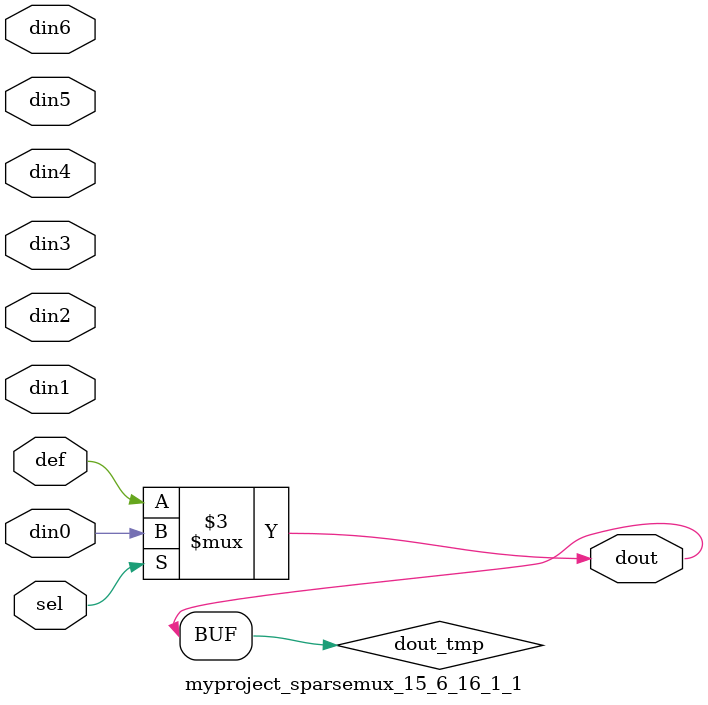
<source format=v>
`timescale 1ns / 1ps

module myproject_sparsemux_15_6_16_1_1 (din0,din1,din2,din3,din4,din5,din6,def,sel,dout);

parameter din0_WIDTH = 1;

parameter din1_WIDTH = 1;

parameter din2_WIDTH = 1;

parameter din3_WIDTH = 1;

parameter din4_WIDTH = 1;

parameter din5_WIDTH = 1;

parameter din6_WIDTH = 1;

parameter def_WIDTH = 1;
parameter sel_WIDTH = 1;
parameter dout_WIDTH = 1;

parameter [sel_WIDTH-1:0] CASE0 = 1;

parameter [sel_WIDTH-1:0] CASE1 = 1;

parameter [sel_WIDTH-1:0] CASE2 = 1;

parameter [sel_WIDTH-1:0] CASE3 = 1;

parameter [sel_WIDTH-1:0] CASE4 = 1;

parameter [sel_WIDTH-1:0] CASE5 = 1;

parameter [sel_WIDTH-1:0] CASE6 = 1;

parameter ID = 1;
parameter NUM_STAGE = 1;



input [din0_WIDTH-1:0] din0;

input [din1_WIDTH-1:0] din1;

input [din2_WIDTH-1:0] din2;

input [din3_WIDTH-1:0] din3;

input [din4_WIDTH-1:0] din4;

input [din5_WIDTH-1:0] din5;

input [din6_WIDTH-1:0] din6;

input [def_WIDTH-1:0] def;
input [sel_WIDTH-1:0] sel;

output [dout_WIDTH-1:0] dout;



reg [dout_WIDTH-1:0] dout_tmp;

always @ (*) begin
case (sel)
    
    CASE0 : dout_tmp = din0;
    
    CASE1 : dout_tmp = din1;
    
    CASE2 : dout_tmp = din2;
    
    CASE3 : dout_tmp = din3;
    
    CASE4 : dout_tmp = din4;
    
    CASE5 : dout_tmp = din5;
    
    CASE6 : dout_tmp = din6;
    
    default : dout_tmp = def;
endcase
end


assign dout = dout_tmp;



endmodule

</source>
